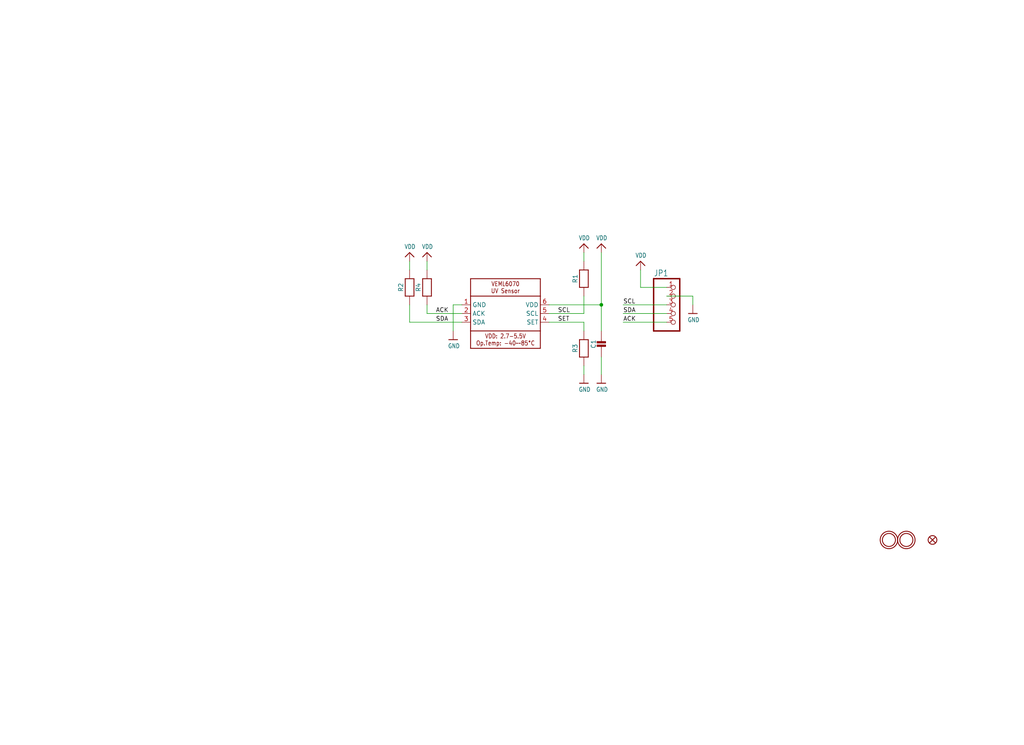
<source format=kicad_sch>
(kicad_sch (version 20231120) (generator "eeschema") (generator_version "8.0")
  (paper "User" 298.45 217.322)
  (lib_symbols
    (symbol "Adafruit VEML6070-eagle-import:microbuilder_CAP_CERAMIC0805-NOOUTLINE"
      (property "Reference" "C" (at -2.29 1.25 90))
      (symbol "microbuilder_CAP_CERAMIC0805-NOOUTLINE_1_0"
        (rectangle (start -1.27 0.508) (end 1.27 1.016) (fill (type outline)))
        (rectangle (start -1.27 1.524) (end 1.27 2.032) (fill (type outline)))
        (polyline (pts (xy 0 0.762) (xy 0 0)) (stroke (width 0.1524)))
        (polyline (pts (xy 0 2.54) (xy 0 1.778)) (stroke (width 0.1524)))
        (pin passive line (at 0 5.08 270) (length 2.54) (name "1") (number "1"))
        (pin passive line (at 0 -2.54 90) (length 2.54) (name "2") (number "2"))
      )
    )
    (symbol "Adafruit VEML6070-eagle-import:microbuilder_FIDUCIAL{dblquote}{dblquote}"
      (symbol "microbuilder_FIDUCIAL{dblquote}{dblquote}_1_0"
        (polyline (pts (xy -0.762 0.762) (xy 0.762 -0.762)) (stroke (width 0.254)))
        (polyline (pts (xy 0.762 0.762) (xy -0.762 -0.762)) (stroke (width 0.254)))
        (circle (center 0 0) (radius 1.27) (stroke (width 0.254)))
      )
    )
    (symbol "Adafruit VEML6070-eagle-import:microbuilder_GND" (power)
      (symbol "microbuilder_GND_1_0"
        (polyline (pts (xy -1.27 0) (xy 1.27 0)) (stroke (width 0.254)))
        (pin power_in line (at 0 2.54 270) (length 2.54) (name "GND") (number "1"))
      )
    )
    (symbol "Adafruit VEML6070-eagle-import:microbuilder_HEADER-1X570MIL"
      (property "Reference" "JP" (at -6.35 8.255 0))
      (symbol "microbuilder_HEADER-1X570MIL_1_0"
        (polyline (pts (xy -6.35 -7.62) (xy 1.27 -7.62)) (stroke (width 0.4064)))
        (polyline (pts (xy -6.35 7.62) (xy -6.35 -7.62)) (stroke (width 0.4064)))
        (polyline (pts (xy 1.27 -7.62) (xy 1.27 7.62)) (stroke (width 0.4064)))
        (polyline (pts (xy 1.27 7.62) (xy -6.35 7.62)) (stroke (width 0.4064)))
        (pin passive inverted (at -2.54 5.08 0) (length 2.54) (name "1") (number "1"))
        (pin passive inverted (at -2.54 2.54 0) (length 2.54) (name "2") (number "2"))
        (pin passive inverted (at -2.54 0 0) (length 2.54) (name "3") (number "3"))
        (pin passive inverted (at -2.54 -2.54 0) (length 2.54) (name "4") (number "4"))
        (pin passive inverted (at -2.54 -5.08 0) (length 2.54) (name "5") (number "5"))
      )
    )
    (symbol "Adafruit VEML6070-eagle-import:microbuilder_MOUNTINGHOLE2.5"
      (symbol "microbuilder_MOUNTINGHOLE2.5_1_0"
        (circle (center 0 0) (radius 1.905) (stroke (width 0.254)))
        (circle (center 0 0) (radius 2.54) (stroke (width 0.254)))
      )
    )
    (symbol "Adafruit VEML6070-eagle-import:microbuilder_RESISTOR0805_NOOUTLINE"
      (property "Reference" "R" (at 0 2.54 0))
      (symbol "microbuilder_RESISTOR0805_NOOUTLINE_1_0"
        (polyline (pts (xy -2.54 -1.27) (xy -2.54 1.27)) (stroke (width 0.254)))
        (polyline (pts (xy -2.54 1.27) (xy 2.54 1.27)) (stroke (width 0.254)))
        (polyline (pts (xy 2.54 -1.27) (xy -2.54 -1.27)) (stroke (width 0.254)))
        (polyline (pts (xy 2.54 1.27) (xy 2.54 -1.27)) (stroke (width 0.254)))
        (pin passive line (at -5.08 0 0) (length 2.54) (name "1") (number "1"))
        (pin passive line (at 5.08 0 180) (length 2.54) (name "2") (number "2"))
      )
    )
    (symbol "Adafruit VEML6070-eagle-import:microbuilder_UV_VEML6070"
      (symbol "microbuilder_UV_VEML6070_1_0"
        (polyline (pts (xy -10.16 -10.16) (xy -10.16 -5.08)) (stroke (width 0.254)))
        (polyline (pts (xy -10.16 -5.08) (xy -10.16 5.08)) (stroke (width 0.254)))
        (polyline (pts (xy -10.16 -5.08) (xy 10.16 -5.08)) (stroke (width 0.254)))
        (polyline (pts (xy -10.16 5.08) (xy -10.16 10.16)) (stroke (width 0.254)))
        (polyline (pts (xy -10.16 5.08) (xy 10.16 5.08)) (stroke (width 0.254)))
        (polyline (pts (xy -10.16 10.16) (xy 10.16 10.16)) (stroke (width 0.254)))
        (polyline (pts (xy 10.16 -10.16) (xy -10.16 -10.16)) (stroke (width 0.254)))
        (polyline (pts (xy 10.16 -5.08) (xy 10.16 -10.16)) (stroke (width 0.254)))
        (polyline (pts (xy 10.16 5.08) (xy 10.16 -5.08)) (stroke (width 0.254)))
        (polyline (pts (xy 10.16 10.16) (xy 10.16 5.08)) (stroke (width 0.254)))
        (text "VDD: 2.7-5.5V\nOp.Temp: -40~~85°C" (at 0 -7.62 0) (effects (font (size 1.27 1.0795))))
        (text "VEML6070\nUV Sensor" (at 0 7.62 0) (effects (font (size 1.27 1.0795))))
        (pin power_in line (at -12.7 2.54 0) (length 2.54) (name "GND") (number "1"))
        (pin open_collector line (at -12.7 0 0) (length 2.54) (name "ACK") (number "2"))
        (pin open_collector line (at -12.7 -2.54 0) (length 2.54) (name "SDA") (number "3"))
        (pin passive line (at 12.7 -2.54 180) (length 2.54) (name "SET") (number "4"))
        (pin input line (at 12.7 0 180) (length 2.54) (name "SCL") (number "5"))
        (pin power_in line (at 12.7 2.54 180) (length 2.54) (name "VDD") (number "6"))
      )
    )
    (symbol "Adafruit VEML6070-eagle-import:microbuilder_VDD" (power)
      (symbol "microbuilder_VDD_1_0"
        (polyline (pts (xy -1.27 -1.27) (xy 0 0)) (stroke (width 0.254)))
        (polyline (pts (xy 0 0) (xy 1.27 -1.27)) (stroke (width 0.254)))
        (pin power_in line (at 0 -2.54 90) (length 2.54) (name "VDD") (number "1"))
      )
    )
  )
  (junction (at 175.26 88.9))
  (wire (pts (xy 181.61 93.98) (xy 194.31 93.98)) (stroke (width 0.1524)))
  (wire (pts (xy 124.46 91.44) (xy 124.46 88.9)) (stroke (width 0.1524)))
  (wire (pts (xy 160.02 91.44) (xy 170.18 91.44)) (stroke (width 0.1524)))
  (wire (pts (xy 194.31 88.9) (xy 181.61 88.9)) (stroke (width 0.1524)))
  (wire (pts (xy 124.46 78.74) (xy 124.46 76.2)) (stroke (width 0.1524)))
  (wire (pts (xy 160.02 93.98) (xy 170.18 93.98)) (stroke (width 0.1524)))
  (wire (pts (xy 134.62 93.98) (xy 119.38 93.98)) (stroke (width 0.1524)))
  (wire (pts (xy 170.18 106.68) (xy 170.18 109.22)) (stroke (width 0.1524)))
  (wire (pts (xy 132.08 88.9) (xy 132.08 96.52)) (stroke (width 0.1524)))
  (wire (pts (xy 201.93 86.36) (xy 201.93 88.9)) (stroke (width 0.1524)))
  (wire (pts (xy 194.31 91.44) (xy 181.61 91.44)) (stroke (width 0.1524)))
  (wire (pts (xy 175.26 88.9) (xy 175.26 73.66)) (stroke (width 0.1524)))
  (wire (pts (xy 170.18 93.98) (xy 170.18 96.52)) (stroke (width 0.1524)))
  (wire (pts (xy 119.38 93.98) (xy 119.38 88.9)) (stroke (width 0.1524)))
  (wire (pts (xy 175.26 88.9) (xy 175.26 96.52)) (stroke (width 0.1524)))
  (wire (pts (xy 170.18 76.2) (xy 170.18 73.66)) (stroke (width 0.1524)))
  (wire (pts (xy 186.69 83.82) (xy 186.69 78.74)) (stroke (width 0.1524)))
  (wire (pts (xy 194.31 86.36) (xy 201.93 86.36)) (stroke (width 0.1524)))
  (wire (pts (xy 119.38 78.74) (xy 119.38 76.2)) (stroke (width 0.1524)))
  (wire (pts (xy 175.26 104.14) (xy 175.26 109.22)) (stroke (width 0.1524)))
  (wire (pts (xy 160.02 88.9) (xy 175.26 88.9)) (stroke (width 0.1524)))
  (wire (pts (xy 170.18 91.44) (xy 170.18 86.36)) (stroke (width 0.1524)))
  (wire (pts (xy 134.62 88.9) (xy 132.08 88.9)) (stroke (width 0.1524)))
  (wire (pts (xy 124.46 91.44) (xy 134.62 91.44)) (stroke (width 0.1524)))
  (wire (pts (xy 194.31 83.82) (xy 186.69 83.82)) (stroke (width 0.1524)))
  (label "SCL" (at 181.61 88.9 0) (effects (font (size 1.2446 1.2446))))
  (label "SCL" (at 162.56 91.44 0) (effects (font (size 1.2446 1.2446))))
  (label "SET" (at 162.56 93.98 0) (effects (font (size 1.2446 1.2446))))
  (label "ACK" (at 127 91.44 0) (effects (font (size 1.2446 1.2446))))
  (label "SDA" (at 127 93.98 0) (effects (font (size 1.2446 1.2446))))
  (label "SDA" (at 181.61 91.44 0) (effects (font (size 1.2446 1.2446))))
  (label "ACK" (at 181.61 93.98 0) (effects (font (size 1.2446 1.2446))))
  (symbol (lib_id "Adafruit VEML6070-eagle-import:microbuilder_MOUNTINGHOLE2.5") (at 264.16 157.48 0) (unit 1)
    (property "Reference" "U$10" (effects (hide yes)))
    (property "Value" "MOUNTINGHOLE2.5" (effects (hide yes)))
    (property "Footprint" "Adafruit VEML6070:MOUNTINGHOLE_2.5_PLATED" (effects (hide yes)))
  )
  (symbol (lib_id "Adafruit VEML6070-eagle-import:microbuilder_FIDUCIAL{dblquote}{dblquote}") (at 271.78 157.48 0) (unit 1)
    (property "Reference" "FID1" (effects (hide yes)))
    (property "Value" "FIDUCIAL{dblquote}{dblquote}" (effects (hide yes)))
    (property "Footprint" "Adafruit VEML6070:FIDUCIAL_1MM" (effects (hide yes)))
  )
  (symbol (lib_id "Adafruit VEML6070-eagle-import:microbuilder_HEADER-1X570MIL") (at 196.85 88.9 0) (unit 1)
    (property "Reference" "JP1" (at 190.5 80.645 0) (effects (font (size 1.778 1.5113)) (justify left bottom)))
    (property "Value" "HEADER-1X570MIL" (effects (hide yes)))
    (property "Footprint" "Adafruit VEML6070:1X05_ROUND_70" (effects (hide yes)))
  )
  (symbol (lib_id "Adafruit VEML6070-eagle-import:microbuilder_VDD") (at 170.18 71.12 0) (unit 1)
    (property "Reference" "#U$5" (effects (hide yes)))
    (property "Value" "VDD" (at 168.656 70.104 0) (effects (font (size 1.27 1.0795)) (justify left bottom)))
  )
  (symbol (lib_id "Adafruit VEML6070-eagle-import:microbuilder_RESISTOR0805_NOOUTLINE") (at 119.38 83.82 90) (unit 1)
    (property "Reference" "R2" (at 116.84 83.82 0))
    (property "Value" "RESISTOR0805_NOOUTLINE" (effects (hide yes)))
    (property "Footprint" "Adafruit VEML6070:0805-NO" (effects (hide yes)))
  )
  (symbol (lib_id "Adafruit VEML6070-eagle-import:microbuilder_VDD") (at 186.69 76.2 0) (unit 1)
    (property "Reference" "#U$12" (effects (hide yes)))
    (property "Value" "VDD" (at 185.166 75.184 0) (effects (font (size 1.27 1.0795)) (justify left bottom)))
  )
  (symbol (lib_id "Adafruit VEML6070-eagle-import:microbuilder_MOUNTINGHOLE2.5") (at 259.08 157.48 0) (unit 1)
    (property "Reference" "U$11" (effects (hide yes)))
    (property "Value" "MOUNTINGHOLE2.5" (effects (hide yes)))
    (property "Footprint" "Adafruit VEML6070:MOUNTINGHOLE_2.5_PLATED" (effects (hide yes)))
  )
  (symbol (lib_id "Adafruit VEML6070-eagle-import:microbuilder_RESISTOR0805_NOOUTLINE") (at 170.18 101.6 90) (unit 1)
    (property "Reference" "R3" (at 167.64 101.6 0))
    (property "Value" "RESISTOR0805_NOOUTLINE" (effects (hide yes)))
    (property "Footprint" "Adafruit VEML6070:0805-NO" (effects (hide yes)))
  )
  (symbol (lib_id "Adafruit VEML6070-eagle-import:microbuilder_GND") (at 170.18 111.76 0) (unit 1)
    (property "Reference" "#U$8" (effects (hide yes)))
    (property "Value" "GND" (at 168.656 114.3 0) (effects (font (size 1.27 1.0795)) (justify left bottom)))
  )
  (symbol (lib_id "Adafruit VEML6070-eagle-import:microbuilder_GND") (at 132.08 99.06 0) (unit 1)
    (property "Reference" "#U$9" (effects (hide yes)))
    (property "Value" "GND" (at 130.556 101.6 0) (effects (font (size 1.27 1.0795)) (justify left bottom)))
  )
  (symbol (lib_id "Adafruit VEML6070-eagle-import:microbuilder_VDD") (at 119.38 73.66 0) (unit 1)
    (property "Reference" "#U$6" (effects (hide yes)))
    (property "Value" "VDD" (at 117.856 72.644 0) (effects (font (size 1.27 1.0795)) (justify left bottom)))
  )
  (symbol (lib_id "Adafruit VEML6070-eagle-import:microbuilder_GND") (at 201.93 91.44 0) (unit 1)
    (property "Reference" "#U$13" (effects (hide yes)))
    (property "Value" "GND" (at 200.406 93.98 0) (effects (font (size 1.27 1.0795)) (justify left bottom)))
  )
  (symbol (lib_id "Adafruit VEML6070-eagle-import:microbuilder_CAP_CERAMIC0805-NOOUTLINE") (at 175.26 101.6 0) (unit 1)
    (property "Reference" "C1" (at 172.97 100.35 90))
    (property "Value" "CAP_CERAMIC0805-NOOUTLINE" (effects (hide yes)))
    (property "Footprint" "Adafruit VEML6070:0805-NO" (effects (hide yes)))
  )
  (symbol (lib_id "Adafruit VEML6070-eagle-import:microbuilder_UV_VEML6070") (at 147.32 91.44 0) (unit 1)
    (property "Reference" "U1" (effects (hide yes)))
    (property "Value" "UV_VEML6070" (effects (hide yes)))
    (property "Footprint" "Adafruit VEML6070:VEML6070" (effects (hide yes)))
  )
  (symbol (lib_id "Adafruit VEML6070-eagle-import:microbuilder_RESISTOR0805_NOOUTLINE") (at 170.18 81.28 90) (unit 1)
    (property "Reference" "R1" (at 167.64 81.28 0))
    (property "Value" "RESISTOR0805_NOOUTLINE" (effects (hide yes)))
    (property "Footprint" "Adafruit VEML6070:0805-NO" (effects (hide yes)))
  )
  (symbol (lib_id "Adafruit VEML6070-eagle-import:microbuilder_RESISTOR0805_NOOUTLINE") (at 124.46 83.82 90) (unit 1)
    (property "Reference" "R4" (at 121.92 83.82 0))
    (property "Value" "RESISTOR0805_NOOUTLINE" (effects (hide yes)))
    (property "Footprint" "Adafruit VEML6070:0805-NO" (effects (hide yes)))
  )
  (symbol (lib_id "Adafruit VEML6070-eagle-import:microbuilder_VDD") (at 175.26 71.12 0) (unit 1)
    (property "Reference" "#U$3" (effects (hide yes)))
    (property "Value" "VDD" (at 173.736 70.104 0) (effects (font (size 1.27 1.0795)) (justify left bottom)))
  )
  (symbol (lib_id "Adafruit VEML6070-eagle-import:microbuilder_VDD") (at 124.46 73.66 0) (unit 1)
    (property "Reference" "#U$7" (effects (hide yes)))
    (property "Value" "VDD" (at 122.936 72.644 0) (effects (font (size 1.27 1.0795)) (justify left bottom)))
  )
  (symbol (lib_id "Adafruit VEML6070-eagle-import:microbuilder_GND") (at 175.26 111.76 0) (unit 1)
    (property "Reference" "#U$4" (effects (hide yes)))
    (property "Value" "GND" (at 173.736 114.3 0) (effects (font (size 1.27 1.0795)) (justify left bottom)))
  )
)
</source>
